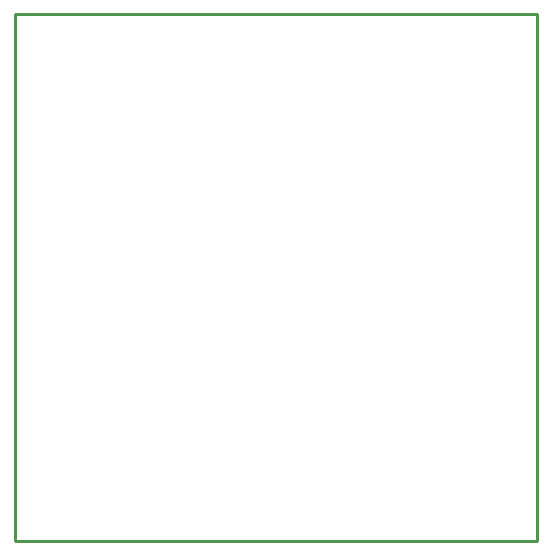
<source format=gm1>
G04*
G04 #@! TF.GenerationSoftware,Altium Limited,Altium Designer,19.1.7 (138)*
G04*
G04 Layer_Color=16711935*
%FSLAX44Y44*%
%MOMM*%
G71*
G01*
G75*
%ADD10C,0.2540*%
D10*
X-310000Y-79000D02*
X132000D01*
X-310000Y-525000D02*
Y-79000D01*
X132000Y-525000D02*
Y-79000D01*
X-310000Y-525000D02*
X132000D01*
X-310000Y-79000D02*
X132000D01*
X-310000Y-525000D02*
Y-79000D01*
X132000Y-525000D02*
Y-79000D01*
X-310000Y-525000D02*
X132000D01*
M02*

</source>
